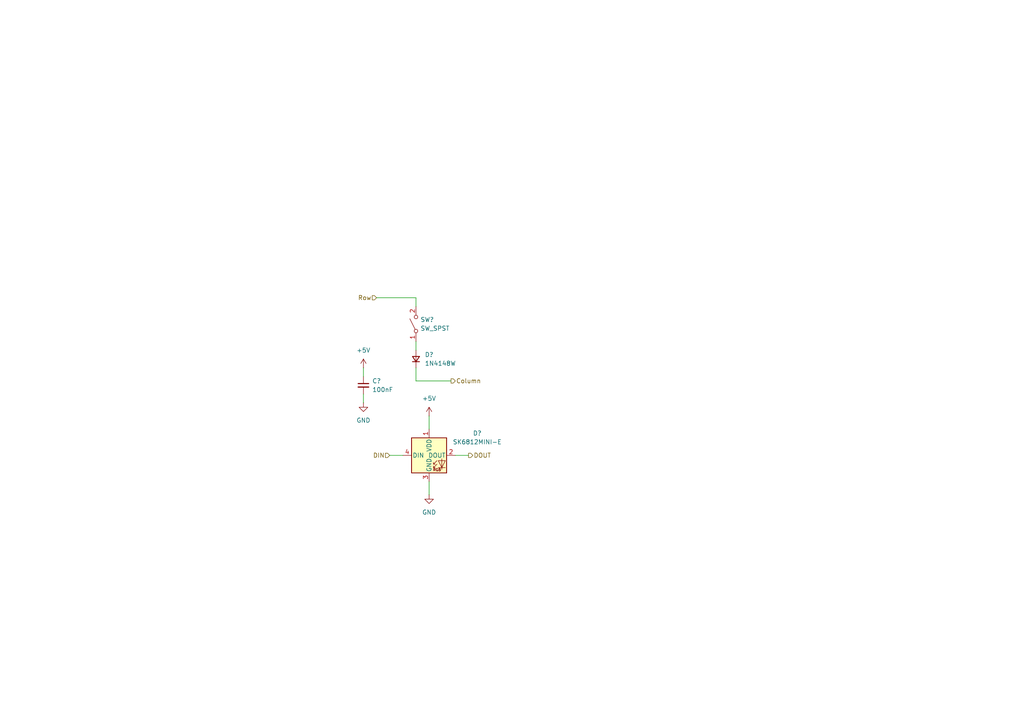
<source format=kicad_sch>
(kicad_sch (version 20250114) (generator "eeschema") (generator_version "9.0")
  (paper "A4")
  (lib_symbols
    (symbol "Device:C_Small" (pin_numbers (hide yes)) (pin_names (offset 0.254) (hide yes))
      (property "Reference" "C" (at 0.254 1.778 0))
      (property "Value" "C_Small" (at 0.254 -2.032 0))
      (symbol "C_Small_0_1"
        (polyline (pts (xy -1.524 0.508) (xy 1.524 0.508)) (stroke (width 0.3048)))
        (polyline (pts (xy -1.524 -0.508) (xy 1.524 -0.508)) (stroke (width 0.3302)))
      )
      (symbol "C_Small_1_1"
        (pin passive line (at 0 2.54 270) (length 2.032) (name "~") (number "1"))
        (pin passive line (at 0 -2.54 90) (length 2.032) (name "~") (number "2"))
      )
    )
    (symbol "Device:D_Small" (pin_numbers (hide yes)) (pin_names (offset 0.254) (hide yes))
      (property "Reference" "D" (at -1.27 2.032 0))
      (property "Value" "D_Small" (at -3.81 -2.032 0))
      (symbol "D_Small_0_1"
        (polyline (pts (xy -0.762 0) (xy 0.762 0)))
        (polyline (pts (xy -0.762 -1.016) (xy -0.762 1.016)) (stroke (width 0.254)))
        (polyline (pts (xy 0.762 -1.016) (xy -0.762 0) (xy 0.762 1.016) (xy 0.762 -1.016)) (stroke (width 0.254)))
      )
      (symbol "D_Small_1_1"
        (pin passive line (at -2.54 0 0) (length 1.778) (name "K") (number "1"))
        (pin passive line (at 2.54 0 180) (length 1.778) (name "A") (number "2"))
      )
    )
    (symbol "SW-Adafruit:SK6812MINI-E" (pin_names (offset 0.254))
      (property "Reference" "D" (at 5.08 5.715 0))
      (property "Value" "SK6812MINI-E" (at 1.27 -5.715 0))
      (symbol "SK6812MINI-E_0_0"
        (text "RGB" (at 2.286 -4.191 0) (effects (font (size 0.762 0.762))))
      )
      (symbol "SK6812MINI-E_0_1"
        (polyline (pts (xy 1.27 -2.54) (xy 1.778 -2.54)))
        (polyline (pts (xy 1.27 -3.556) (xy 1.778 -3.556)))
        (polyline (pts (xy 2.286 -1.524) (xy 1.27 -2.54) (xy 1.27 -2.032)))
        (polyline (pts (xy 2.286 -2.54) (xy 1.27 -3.556) (xy 1.27 -3.048)))
        (polyline (pts (xy 3.683 -1.016) (xy 3.683 -3.556) (xy 3.683 -4.064)))
        (polyline (pts (xy 4.699 -1.524) (xy 2.667 -1.524) (xy 3.683 -3.556) (xy 4.699 -1.524)))
        (polyline (pts (xy 4.699 -3.556) (xy 2.667 -3.556)))
        (rectangle (start 5.08 5.08) (end -5.08 -5.08) (stroke (width 0.254)) (fill (type background)))
      )
      (symbol "SK6812MINI-E_1_1"
        (pin input line (at -7.62 0 0) (length 2.54) (name "DIN") (number "4"))
        (pin power_in line (at 0 7.62 270) (length 2.54) (name "VDD") (number "1"))
        (pin power_in line (at 0 -7.62 90) (length 2.54) (name "GND") (number "3"))
        (pin output line (at 7.62 0 180) (length 2.54) (name "DOUT") (number "2"))
      )
    )
    (symbol "Switch:SW_SPST" (pin_names (offset 0) (hide yes))
      (property "Reference" "SW" (at 0 3.175 0))
      (property "Value" "SW_SPST" (at 0 -2.54 0))
      (symbol "SW_SPST_0_0"
        (circle (center -2.032 0) (radius 0.508))
        (polyline (pts (xy -1.524 0.254) (xy 1.524 1.778)))
        (circle (center 2.032 0) (radius 0.508))
      )
      (symbol "SW_SPST_1_1"
        (pin passive line (at -5.08 0 0) (length 2.54) (name "A") (number "1"))
        (pin passive line (at 5.08 0 180) (length 2.54) (name "B") (number "2"))
      )
    )
    (symbol "power:+5V" (power) (pin_numbers (hide yes)) (pin_names (offset 0) (hide yes))
      (property "Value" "+5V" (at 0 3.556 0))
      (symbol "+5V_0_1"
        (polyline (pts (xy -0.762 1.27) (xy 0 2.54)))
        (polyline (pts (xy 0 2.54) (xy 0.762 1.27)))
        (polyline (pts (xy 0 0) (xy 0 2.54)))
      )
      (symbol "+5V_1_1"
        (pin power_in line (at 0 0 90) (length 0) (name "~") (number "1"))
      )
    )
    (symbol "power:GND" (power) (pin_numbers (hide yes)) (pin_names (offset 0) (hide yes))
      (property "Value" "GND" (at 0 -3.81 0))
      (symbol "GND_0_1"
        (polyline (pts (xy 0 0) (xy 0 -1.27) (xy 1.27 -1.27) (xy 0 -2.54) (xy -1.27 -1.27) (xy 0 -1.27)))
      )
      (symbol "GND_1_1"
        (pin power_in line (at 0 0 270) (length 0) (name "~") (number "1"))
      )
    )
  )
  (wire (pts (xy 120.65 86.36) (xy 120.65 88.9)))
  (wire (pts (xy 120.65 110.49) (xy 130.81 110.49)))
  (wire (pts (xy 120.65 99.06) (xy 120.65 101.6)))
  (wire (pts (xy 132.08 132.08) (xy 135.89 132.08)))
  (wire (pts (xy 109.22 86.36) (xy 120.65 86.36)))
  (wire (pts (xy 105.41 106.68) (xy 105.41 109.22)))
  (wire (pts (xy 113.03 132.08) (xy 116.84 132.08)))
  (wire (pts (xy 124.46 139.7) (xy 124.46 143.51)))
  (wire (pts (xy 124.46 120.65) (xy 124.46 124.46)))
  (wire (pts (xy 105.41 114.3) (xy 105.41 116.84)))
  (wire (pts (xy 120.65 106.68) (xy 120.65 110.49)))
  (hierarchical_label "DIN" (shape input) (at 113.03 132.08 180))
  (hierarchical_label "Column" (shape output) (at 130.81 110.49 0))
  (hierarchical_label "Row" (shape input) (at 109.22 86.36 180))
  (hierarchical_label "DOUT" (shape output) (at 135.89 132.08 0))
  (symbol (lib_id "Device:C_Small") (at 105.41 111.76 0) (unit 1)
    (property "Reference" "C?" (at 107.95 110.4962 0) (effects (justify left)))
    (property "Value" "100nF" (at 107.95 113.0362 0) (effects (justify left)))
    (property "Footprint" "Capacitor_SMD:C_0805_2012Metric_Pad1.18x1.45mm_HandSolder" (effects (hide yes)))
    (property "Description" "Unpolarized capacitor, small symbol" (effects (hide yes)))
  )
  (symbol (lib_id "SW-Adafruit:SK6812MINI-E") (at 124.46 132.08 0) (unit 1)
    (property "Reference" "D?" (at 138.43 125.6598 0))
    (property "Value" "SK6812MINI-E" (at 138.43 128.1998 0))
    (property "Footprint" "SW-Adafruit:LED_SK6812MINI-E_REVERSE_MOUNT_3.2x2.8mm_P1.09mm" (effects (hide yes)))
    (property "Datasheet" "https://cdn-shop.adafruit.com/product-files/4960/4960_SK6812MINI-E_REV02_EN.pdf" (effects (hide yes)))
    (property "Description" "RGB LED with integrated controller" (effects (hide yes)))
  )
  (symbol (lib_id "power:GND") (at 105.41 116.84 0) (unit 1)
    (property "Reference" "#PWR?" (effects (hide yes)))
    (property "Value" "GND" (at 105.41 121.92 0))
    (property "Description" "Power symbol creates a global label with name \"GND\" , ground" (effects (hide yes)))
    (instances (project "row_staggered_split_keyboard_right_side" (path "" (reference "#PWR?") (unit 1)) (path "" (reference "#PWR?") (unit 1)) (path "" (reference "#PWR038") (unit 1)) (path "" (reference "#PWR?") (unit 1)) (path "" (reference "#PWR?") (unit 1)) (path "" (reference "#PWR?") (unit 1)) (path "" (reference "#PWR?") (unit 1)) (path "" (reference "#PWR?") (unit 1)) (path "" (reference "#PWR?") (unit 1)) (path "" (reference "#PWR?") (unit 1)) (path "" (reference "#PWR?") (unit 1)) (path "" (reference "#PWR?") (unit 1)) (path "" (reference "#PWR?") (unit 1)) (path "" (reference "#PWR?") (unit 1)) (path "" (reference "#PWR?") (unit 1)) (path "" (reference "#PWR?") (unit 1)) (path "" (reference "#PWR?") (unit 1)) (path "" (reference "#PWR?") (unit 1)) (path "" (reference "#PWR?") (unit 1)) (path "" (reference "#PWR?") (unit 1)) (path "" (reference "#PWR?") (unit 1)) (path "" (reference "#PWR?") (unit 1)) (path "" (reference "#PWR?") (unit 1)) (path "" (reference "#PWR?") (unit 1)) (path "" (reference "#PWR?") (unit 1)) (path "" (reference "#PWR?") (unit 1)) (path "" (reference "#PWR?") (unit 1)) (path "" (reference "#PWR?") (unit 1)) (path "" (reference "#PWR?") (unit 1)) (path "" (reference "#PWR?") (unit 1)) (path "" (reference "#PWR?") (unit 1)) (path "" (reference "#PWR?") (unit 1)) (path "" (reference "#PWR?") (unit 1)) (path "" (reference "#PWR?") (unit 1))))
  )
  (symbol (lib_id "power:GND") (at 124.46 143.51 0) (unit 1)
    (property "Reference" "#PWR?" (effects (hide yes)))
    (property "Value" "GND" (at 124.46 148.59 0))
    (property "Description" "Power symbol creates a global label with name \"GND\" , ground" (effects (hide yes)))
    (instances (project "row_staggered_split_keyboard_right_side" (path "" (reference "#PWR?") (unit 1)) (path "" (reference "#PWR?") (unit 1)) (path "" (reference "#PWR040") (unit 1)) (path "" (reference "#PWR?") (unit 1)) (path "" (reference "#PWR?") (unit 1)) (path "" (reference "#PWR?") (unit 1)) (path "" (reference "#PWR?") (unit 1)) (path "" (reference "#PWR?") (unit 1)) (path "" (reference "#PWR?") (unit 1)) (path "" (reference "#PWR?") (unit 1)) (path "" (reference "#PWR?") (unit 1)) (path "" (reference "#PWR?") (unit 1)) (path "" (reference "#PWR?") (unit 1)) (path "" (reference "#PWR?") (unit 1)) (path "" (reference "#PWR?") (unit 1)) (path "" (reference "#PWR?") (unit 1)) (path "" (reference "#PWR?") (unit 1)) (path "" (reference "#PWR?") (unit 1)) (path "" (reference "#PWR?") (unit 1)) (path "" (reference "#PWR?") (unit 1)) (path "" (reference "#PWR?") (unit 1)) (path "" (reference "#PWR?") (unit 1)) (path "" (reference "#PWR?") (unit 1)) (path "" (reference "#PWR?") (unit 1)) (path "" (reference "#PWR?") (unit 1)) (path "" (reference "#PWR?") (unit 1)) (path "" (reference "#PWR?") (unit 1)) (path "" (reference "#PWR?") (unit 1)) (path "" (reference "#PWR?") (unit 1)) (path "" (reference "#PWR?") (unit 1)) (path "" (reference "#PWR?") (unit 1)) (path "" (reference "#PWR?") (unit 1)) (path "" (reference "#PWR?") (unit 1)) (path "" (reference "#PWR?") (unit 1))))
  )
  (symbol (lib_id "power:+5V") (at 105.41 106.68 0) (unit 1)
    (property "Reference" "#PWR?" (effects (hide yes)))
    (property "Value" "+5V" (at 105.41 101.6 0))
    (property "Description" "Power symbol creates a global label with name \"+5V\"" (effects (hide yes)))
    (instances (project "row_staggered_split_keyboard_right_side" (path "" (reference "#PWR?") (unit 1)) (path "" (reference "#PWR?") (unit 1)) (path "" (reference "#PWR037") (unit 1)) (path "" (reference "#PWR?") (unit 1)) (path "" (reference "#PWR?") (unit 1)) (path "" (reference "#PWR?") (unit 1)) (path "" (reference "#PWR?") (unit 1)) (path "" (reference "#PWR?") (unit 1)) (path "" (reference "#PWR?") (unit 1)) (path "" (reference "#PWR?") (unit 1)) (path "" (reference "#PWR?") (unit 1)) (path "" (reference "#PWR?") (unit 1)) (path "" (reference "#PWR?") (unit 1)) (path "" (reference "#PWR?") (unit 1)) (path "" (reference "#PWR?") (unit 1)) (path "" (reference "#PWR?") (unit 1)) (path "" (reference "#PWR?") (unit 1)) (path "" (reference "#PWR?") (unit 1)) (path "" (reference "#PWR?") (unit 1)) (path "" (reference "#PWR?") (unit 1)) (path "" (reference "#PWR?") (unit 1)) (path "" (reference "#PWR?") (unit 1)) (path "" (reference "#PWR?") (unit 1)) (path "" (reference "#PWR?") (unit 1)) (path "" (reference "#PWR?") (unit 1)) (path "" (reference "#PWR?") (unit 1)) (path "" (reference "#PWR?") (unit 1)) (path "" (reference "#PWR?") (unit 1)) (path "" (reference "#PWR?") (unit 1)) (path "" (reference "#PWR?") (unit 1)) (path "" (reference "#PWR?") (unit 1)) (path "" (reference "#PWR?") (unit 1)) (path "" (reference "#PWR?") (unit 1)) (path "" (reference "#PWR?") (unit 1))))
  )
  (symbol (lib_id "Switch:SW_SPST") (at 120.65 93.98 90) (unit 1)
    (property "Reference" "SW?" (at 121.92 92.7099 90) (effects (justify right)))
    (property "Value" "SW_SPST" (at 121.92 95.2499 90) (effects (justify right)))
    (property "Footprint" "PCM_Switch_Keyboard_Hotswap_Kailh:SW_Hotswap_Kailh_MX_1.00u" (effects (hide yes)))
    (property "Description" "Single Pole Single Throw (SPST) switch" (effects (hide yes)))
  )
  (symbol (lib_id "Device:D_Small") (at 120.65 104.14 90) (unit 1)
    (property "Reference" "D?" (at 123.19 102.8699 90) (effects (justify right)))
    (property "Value" "1N4148W" (at 123.19 105.4099 90) (effects (justify right)))
    (property "Footprint" "Diode_SMD:D_SOD-123" (effects (hide yes)))
    (property "Description" "Diode, small symbol" (effects (hide yes)))
    (property "Sim.Device" "D" (effects (hide yes)))
    (property "Sim.Pins" "1=K 2=A" (effects (hide yes)))
  )
  (symbol (lib_id "power:+5V") (at 124.46 120.65 0) (unit 1)
    (property "Reference" "#PWR?" (effects (hide yes)))
    (property "Value" "+5V" (at 124.46 115.57 0))
    (property "Description" "Power symbol creates a global label with name \"+5V\"" (effects (hide yes)))
    (instances (project "row_staggered_split_keyboard_right_side" (path "" (reference "#PWR?") (unit 1)) (path "" (reference "#PWR?") (unit 1)) (path "" (reference "#PWR039") (unit 1)) (path "" (reference "#PWR?") (unit 1)) (path "" (reference "#PWR?") (unit 1)) (path "" (reference "#PWR?") (unit 1)) (path "" (reference "#PWR?") (unit 1)) (path "" (reference "#PWR?") (unit 1)) (path "" (reference "#PWR?") (unit 1)) (path "" (reference "#PWR?") (unit 1)) (path "" (reference "#PWR?") (unit 1)) (path "" (reference "#PWR?") (unit 1)) (path "" (reference "#PWR?") (unit 1)) (path "" (reference "#PWR?") (unit 1)) (path "" (reference "#PWR?") (unit 1)) (path "" (reference "#PWR?") (unit 1)) (path "" (reference "#PWR?") (unit 1)) (path "" (reference "#PWR?") (unit 1)) (path "" (reference "#PWR?") (unit 1)) (path "" (reference "#PWR?") (unit 1)) (path "" (reference "#PWR?") (unit 1)) (path "" (reference "#PWR?") (unit 1)) (path "" (reference "#PWR?") (unit 1)) (path "" (reference "#PWR?") (unit 1)) (path "" (reference "#PWR?") (unit 1)) (path "" (reference "#PWR?") (unit 1)) (path "" (reference "#PWR?") (unit 1)) (path "" (reference "#PWR?") (unit 1)) (path "" (reference "#PWR?") (unit 1)) (path "" (reference "#PWR?") (unit 1)) (path "" (reference "#PWR?") (unit 1)) (path "" (reference "#PWR?") (unit 1)) (path "" (reference "#PWR?") (unit 1)) (path "" (reference "#PWR?") (unit 1))))
  )
)
</source>
